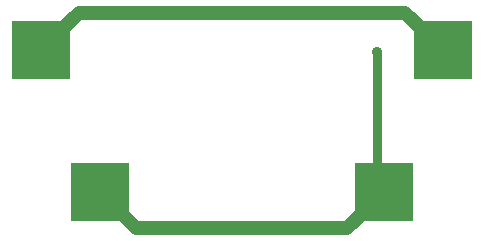
<source format=gbl>
G04 DipTrace 2.3.1.0*
%INLED_Matrix.GBL*%
%MOMM*%
%ADD13C,0.8*%
%ADD14C,1.2*%
%ADD19R,5.0X5.0*%
%ADD20C,0.914*%
%FSLAX53Y53*%
G04*
G71*
G90*
G75*
G01*
%LNBottom*%
%LPD*%
X37000Y8000D2*
D14*
X33922Y4922D1*
X16078D1*
X13000Y8000D1*
X36431Y19846D2*
D13*
Y8569D1*
X37000Y8000D1*
X38335Y7620D2*
X37380D1*
X37000Y8000D1*
X7220Y18098D2*
Y19220D1*
X8000Y20000D1*
D14*
X11180Y23180D1*
X38820D1*
X42000Y20000D1*
D20*
X36431Y19846D3*
X38335Y7620D3*
X7220Y18098D3*
X7218Y19687D3*
D19*
X42000Y20000D3*
X8000D3*
X37000Y8000D3*
X13000D3*
M02*

</source>
